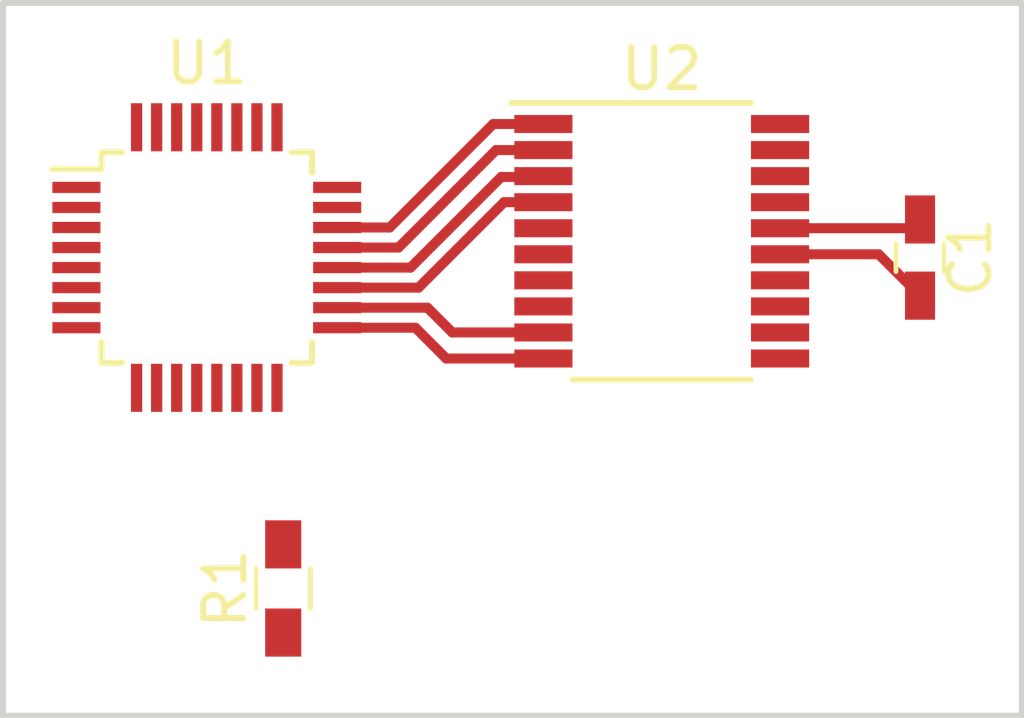
<source format=kicad_pcb>
(kicad_pcb (version 4) (host pcbnew 4.0.6-e0-6349~53~ubuntu15.04.1)

  (general
    (links 11)
    (no_connects 3)
    (area 132.004999 98.984999 157.555001 116.915001)
    (thickness 1.6)
    (drawings 4)
    (tracks 23)
    (zones 0)
    (modules 4)
    (nets 46)
  )

  (page A4)
  (layers
    (0 F.Cu signal)
    (31 B.Cu signal)
    (32 B.Adhes user)
    (33 F.Adhes user)
    (34 B.Paste user)
    (35 F.Paste user)
    (36 B.SilkS user)
    (37 F.SilkS user)
    (38 B.Mask user)
    (39 F.Mask user)
    (40 Dwgs.User user)
    (41 Cmts.User user)
    (42 Eco1.User user)
    (43 Eco2.User user)
    (44 Edge.Cuts user)
    (45 Margin user)
    (46 B.CrtYd user)
    (47 F.CrtYd user)
    (48 B.Fab user)
    (49 F.Fab user)
  )

  (setup
    (last_trace_width 0.25)
    (trace_clearance 0.2)
    (zone_clearance 0.508)
    (zone_45_only no)
    (trace_min 0.2)
    (segment_width 0.2)
    (edge_width 0.15)
    (via_size 0.6)
    (via_drill 0.4)
    (via_min_size 0.4)
    (via_min_drill 0.3)
    (uvia_size 0.3)
    (uvia_drill 0.1)
    (uvias_allowed no)
    (uvia_min_size 0.2)
    (uvia_min_drill 0.1)
    (pcb_text_width 0.3)
    (pcb_text_size 1.5 1.5)
    (mod_edge_width 0.15)
    (mod_text_size 1 1)
    (mod_text_width 0.15)
    (pad_size 1.524 1.524)
    (pad_drill 0.762)
    (pad_to_mask_clearance 0.2)
    (aux_axis_origin 0 0)
    (visible_elements FFFFFF7F)
    (pcbplotparams
      (layerselection 0x00030_80000001)
      (usegerberextensions false)
      (excludeedgelayer true)
      (linewidth 0.100000)
      (plotframeref false)
      (viasonmask false)
      (mode 1)
      (useauxorigin false)
      (hpglpennumber 1)
      (hpglpenspeed 20)
      (hpglpendiameter 15)
      (hpglpenoverlay 2)
      (psnegative false)
      (psa4output false)
      (plotreference true)
      (plotvalue true)
      (plotinvisibletext false)
      (padsonsilk false)
      (subtractmaskfromsilk false)
      (outputformat 1)
      (mirror false)
      (drillshape 1)
      (scaleselection 1)
      (outputdirectory ""))
  )

  (net 0 "")
  (net 1 GND)
  (net 2 +3V3)
  (net 3 "Net-(R1-Pad1)")
  (net 4 "Net-(U1-Pad1)")
  (net 5 "Net-(U1-Pad2)")
  (net 6 "Net-(U1-Pad3)")
  (net 7 "Net-(U1-Pad4)")
  (net 8 "Net-(U1-Pad5)")
  (net 9 "Net-(U1-Pad6)")
  (net 10 "Net-(U1-Pad7)")
  (net 11 "Net-(U1-Pad8)")
  (net 12 "Net-(U1-Pad9)")
  (net 13 "Net-(U1-Pad10)")
  (net 14 "Net-(U1-Pad11)")
  (net 15 "Net-(U1-Pad12)")
  (net 16 "Net-(U1-Pad13)")
  (net 17 "Net-(U1-Pad15)")
  (net 18 "Net-(U1-Pad16)")
  (net 19 "Net-(U1-Pad17)")
  (net 20 "Net-(U1-Pad18)")
  (net 21 "Net-(U1-Pad19)")
  (net 22 "Net-(U1-Pad20)")
  (net 23 "Net-(U1-Pad21)")
  (net 24 "Net-(U1-Pad22)")
  (net 25 "Net-(U1-Pad23)")
  (net 26 "Net-(U1-Pad25)")
  (net 27 "Net-(U1-Pad26)")
  (net 28 "Net-(U1-Pad27)")
  (net 29 "Net-(U1-Pad28)")
  (net 30 "Net-(U1-Pad29)")
  (net 31 "Net-(U1-Pad30)")
  (net 32 "Net-(U1-Pad31)")
  (net 33 "Net-(U1-Pad32)")
  (net 34 "Net-(U2-Pad5)")
  (net 35 "Net-(U2-Pad6)")
  (net 36 "Net-(U2-Pad7)")
  (net 37 "Net-(U2-Pad8)")
  (net 38 "Net-(U2-Pad11)")
  (net 39 "Net-(U2-Pad12)")
  (net 40 "Net-(U2-Pad13)")
  (net 41 "Net-(U2-Pad14)")
  (net 42 "Net-(U2-Pad17)")
  (net 43 "Net-(U2-Pad18)")
  (net 44 "Net-(U2-Pad19)")
  (net 45 "Net-(U2-Pad20)")

  (net_class Default "This is the default net class."
    (clearance 0.2)
    (trace_width 0.25)
    (via_dia 0.6)
    (via_drill 0.4)
    (uvia_dia 0.3)
    (uvia_drill 0.1)
    (add_net +3V3)
    (add_net GND)
    (add_net "Net-(R1-Pad1)")
    (add_net "Net-(U1-Pad1)")
    (add_net "Net-(U1-Pad10)")
    (add_net "Net-(U1-Pad11)")
    (add_net "Net-(U1-Pad12)")
    (add_net "Net-(U1-Pad13)")
    (add_net "Net-(U1-Pad15)")
    (add_net "Net-(U1-Pad16)")
    (add_net "Net-(U1-Pad17)")
    (add_net "Net-(U1-Pad18)")
    (add_net "Net-(U1-Pad19)")
    (add_net "Net-(U1-Pad2)")
    (add_net "Net-(U1-Pad20)")
    (add_net "Net-(U1-Pad21)")
    (add_net "Net-(U1-Pad22)")
    (add_net "Net-(U1-Pad23)")
    (add_net "Net-(U1-Pad25)")
    (add_net "Net-(U1-Pad26)")
    (add_net "Net-(U1-Pad27)")
    (add_net "Net-(U1-Pad28)")
    (add_net "Net-(U1-Pad29)")
    (add_net "Net-(U1-Pad3)")
    (add_net "Net-(U1-Pad30)")
    (add_net "Net-(U1-Pad31)")
    (add_net "Net-(U1-Pad32)")
    (add_net "Net-(U1-Pad4)")
    (add_net "Net-(U1-Pad5)")
    (add_net "Net-(U1-Pad6)")
    (add_net "Net-(U1-Pad7)")
    (add_net "Net-(U1-Pad8)")
    (add_net "Net-(U1-Pad9)")
    (add_net "Net-(U2-Pad11)")
    (add_net "Net-(U2-Pad12)")
    (add_net "Net-(U2-Pad13)")
    (add_net "Net-(U2-Pad14)")
    (add_net "Net-(U2-Pad17)")
    (add_net "Net-(U2-Pad18)")
    (add_net "Net-(U2-Pad19)")
    (add_net "Net-(U2-Pad20)")
    (add_net "Net-(U2-Pad5)")
    (add_net "Net-(U2-Pad6)")
    (add_net "Net-(U2-Pad7)")
    (add_net "Net-(U2-Pad8)")
  )

  (module Capacitors_SMD:C_0603_HandSoldering (layer F.Cu) (tedit 58AA848B) (tstamp 58E186C2)
    (at 154.94 105.41 270)
    (descr "Capacitor SMD 0603, hand soldering")
    (tags "capacitor 0603")
    (path /58E175D6)
    (attr smd)
    (fp_text reference C1 (at 0 -1.25 270) (layer F.SilkS)
      (effects (font (size 1 1) (thickness 0.15)))
    )
    (fp_text value 100nF (at 0 1.5 270) (layer F.Fab)
      (effects (font (size 1 1) (thickness 0.15)))
    )
    (fp_text user %R (at 0 -1.25 270) (layer F.Fab)
      (effects (font (size 1 1) (thickness 0.15)))
    )
    (fp_line (start -0.8 0.4) (end -0.8 -0.4) (layer F.Fab) (width 0.1))
    (fp_line (start 0.8 0.4) (end -0.8 0.4) (layer F.Fab) (width 0.1))
    (fp_line (start 0.8 -0.4) (end 0.8 0.4) (layer F.Fab) (width 0.1))
    (fp_line (start -0.8 -0.4) (end 0.8 -0.4) (layer F.Fab) (width 0.1))
    (fp_line (start -0.35 -0.6) (end 0.35 -0.6) (layer F.SilkS) (width 0.12))
    (fp_line (start 0.35 0.6) (end -0.35 0.6) (layer F.SilkS) (width 0.12))
    (fp_line (start -1.8 -0.65) (end 1.8 -0.65) (layer F.CrtYd) (width 0.05))
    (fp_line (start -1.8 -0.65) (end -1.8 0.65) (layer F.CrtYd) (width 0.05))
    (fp_line (start 1.8 0.65) (end 1.8 -0.65) (layer F.CrtYd) (width 0.05))
    (fp_line (start 1.8 0.65) (end -1.8 0.65) (layer F.CrtYd) (width 0.05))
    (pad 1 smd rect (at -0.95 0 270) (size 1.2 0.75) (layers F.Cu F.Paste F.Mask)
      (net 1 GND))
    (pad 2 smd rect (at 0.95 0 270) (size 1.2 0.75) (layers F.Cu F.Paste F.Mask)
      (net 2 +3V3))
    (model Capacitors_SMD.3dshapes/C_0603.wrl
      (at (xyz 0 0 0))
      (scale (xyz 1 1 1))
      (rotate (xyz 0 0 0))
    )
  )

  (module Resistors_SMD:R_0603_HandSoldering (layer F.Cu) (tedit 58E0A804) (tstamp 58E186D3)
    (at 139.065 113.665 90)
    (descr "Resistor SMD 0603, hand soldering")
    (tags "resistor 0603")
    (path /58E17478)
    (attr smd)
    (fp_text reference R1 (at 0 -1.45 90) (layer F.SilkS)
      (effects (font (size 1 1) (thickness 0.15)))
    )
    (fp_text value R (at 0 1.55 90) (layer F.Fab)
      (effects (font (size 1 1) (thickness 0.15)))
    )
    (fp_text user %R (at 0 0 90) (layer F.Fab)
      (effects (font (size 0.5 0.5) (thickness 0.075)))
    )
    (fp_line (start -0.8 0.4) (end -0.8 -0.4) (layer F.Fab) (width 0.1))
    (fp_line (start 0.8 0.4) (end -0.8 0.4) (layer F.Fab) (width 0.1))
    (fp_line (start 0.8 -0.4) (end 0.8 0.4) (layer F.Fab) (width 0.1))
    (fp_line (start -0.8 -0.4) (end 0.8 -0.4) (layer F.Fab) (width 0.1))
    (fp_line (start 0.5 0.68) (end -0.5 0.68) (layer F.SilkS) (width 0.12))
    (fp_line (start -0.5 -0.68) (end 0.5 -0.68) (layer F.SilkS) (width 0.12))
    (fp_line (start -1.96 -0.7) (end 1.95 -0.7) (layer F.CrtYd) (width 0.05))
    (fp_line (start -1.96 -0.7) (end -1.96 0.7) (layer F.CrtYd) (width 0.05))
    (fp_line (start 1.95 0.7) (end 1.95 -0.7) (layer F.CrtYd) (width 0.05))
    (fp_line (start 1.95 0.7) (end -1.96 0.7) (layer F.CrtYd) (width 0.05))
    (pad 1 smd rect (at -1.1 0 90) (size 1.2 0.9) (layers F.Cu F.Paste F.Mask)
      (net 3 "Net-(R1-Pad1)"))
    (pad 2 smd rect (at 1.1 0 90) (size 1.2 0.9) (layers F.Cu F.Paste F.Mask)
      (net 1 GND))
    (model ${KISYS3DMOD}/Resistors_SMD.3dshapes/R_0603.wrl
      (at (xyz 0 0 0))
      (scale (xyz 1 1 1))
      (rotate (xyz 0 0 0))
    )
  )

  (module Housings_QFP:LQFP-32_5x5mm_Pitch0.5mm (layer F.Cu) (tedit 58CC9A47) (tstamp 58E1870A)
    (at 137.16 105.41)
    (descr "LQFP32: plastic low profile quad flat package; 32 leads; body 5 x 5 x 1.4 mm (see NXP sot401-1_fr.pdf and sot401-1_po.pdf)")
    (tags "QFP 0.5")
    (path /58E172EE)
    (attr smd)
    (fp_text reference U1 (at 0 -4.85) (layer F.SilkS)
      (effects (font (size 1 1) (thickness 0.15)))
    )
    (fp_text value ADS1292R (at 0 4.85) (layer F.Fab)
      (effects (font (size 1 1) (thickness 0.15)))
    )
    (fp_text user %R (at 0 0) (layer F.Fab)
      (effects (font (size 1 1) (thickness 0.15)))
    )
    (fp_line (start -1.5 -2.5) (end 2.5 -2.5) (layer F.Fab) (width 0.15))
    (fp_line (start 2.5 -2.5) (end 2.5 2.5) (layer F.Fab) (width 0.15))
    (fp_line (start 2.5 2.5) (end -2.5 2.5) (layer F.Fab) (width 0.15))
    (fp_line (start -2.5 2.5) (end -2.5 -1.5) (layer F.Fab) (width 0.15))
    (fp_line (start -2.5 -1.5) (end -1.5 -2.5) (layer F.Fab) (width 0.15))
    (fp_line (start -4.1 -4.1) (end -4.1 4.1) (layer F.CrtYd) (width 0.05))
    (fp_line (start 4.1 -4.1) (end 4.1 4.1) (layer F.CrtYd) (width 0.05))
    (fp_line (start -4.1 -4.1) (end 4.1 -4.1) (layer F.CrtYd) (width 0.05))
    (fp_line (start -4.1 4.1) (end 4.1 4.1) (layer F.CrtYd) (width 0.05))
    (fp_line (start -2.625 -2.625) (end -2.625 -2.2) (layer F.SilkS) (width 0.15))
    (fp_line (start 2.625 -2.625) (end 2.625 -2.115) (layer F.SilkS) (width 0.15))
    (fp_line (start 2.625 2.625) (end 2.625 2.115) (layer F.SilkS) (width 0.15))
    (fp_line (start -2.625 2.625) (end -2.625 2.115) (layer F.SilkS) (width 0.15))
    (fp_line (start -2.625 -2.625) (end -2.115 -2.625) (layer F.SilkS) (width 0.15))
    (fp_line (start -2.625 2.625) (end -2.115 2.625) (layer F.SilkS) (width 0.15))
    (fp_line (start 2.625 2.625) (end 2.115 2.625) (layer F.SilkS) (width 0.15))
    (fp_line (start 2.625 -2.625) (end 2.115 -2.625) (layer F.SilkS) (width 0.15))
    (fp_line (start -2.625 -2.2) (end -3.85 -2.2) (layer F.SilkS) (width 0.15))
    (pad 1 smd rect (at -3.25 -1.75) (size 1.2 0.28) (layers F.Cu F.Paste F.Mask)
      (net 4 "Net-(U1-Pad1)"))
    (pad 2 smd rect (at -3.25 -1.25) (size 1.2 0.28) (layers F.Cu F.Paste F.Mask)
      (net 5 "Net-(U1-Pad2)"))
    (pad 3 smd rect (at -3.25 -0.75) (size 1.2 0.28) (layers F.Cu F.Paste F.Mask)
      (net 6 "Net-(U1-Pad3)"))
    (pad 4 smd rect (at -3.25 -0.25) (size 1.2 0.28) (layers F.Cu F.Paste F.Mask)
      (net 7 "Net-(U1-Pad4)"))
    (pad 5 smd rect (at -3.25 0.25) (size 1.2 0.28) (layers F.Cu F.Paste F.Mask)
      (net 8 "Net-(U1-Pad5)"))
    (pad 6 smd rect (at -3.25 0.75) (size 1.2 0.28) (layers F.Cu F.Paste F.Mask)
      (net 9 "Net-(U1-Pad6)"))
    (pad 7 smd rect (at -3.25 1.25) (size 1.2 0.28) (layers F.Cu F.Paste F.Mask)
      (net 10 "Net-(U1-Pad7)"))
    (pad 8 smd rect (at -3.25 1.75) (size 1.2 0.28) (layers F.Cu F.Paste F.Mask)
      (net 11 "Net-(U1-Pad8)"))
    (pad 9 smd rect (at -1.75 3.25 90) (size 1.2 0.28) (layers F.Cu F.Paste F.Mask)
      (net 12 "Net-(U1-Pad9)"))
    (pad 10 smd rect (at -1.25 3.25 90) (size 1.2 0.28) (layers F.Cu F.Paste F.Mask)
      (net 13 "Net-(U1-Pad10)"))
    (pad 11 smd rect (at -0.75 3.25 90) (size 1.2 0.28) (layers F.Cu F.Paste F.Mask)
      (net 14 "Net-(U1-Pad11)"))
    (pad 12 smd rect (at -0.25 3.25 90) (size 1.2 0.28) (layers F.Cu F.Paste F.Mask)
      (net 15 "Net-(U1-Pad12)"))
    (pad 13 smd rect (at 0.25 3.25 90) (size 1.2 0.28) (layers F.Cu F.Paste F.Mask)
      (net 16 "Net-(U1-Pad13)"))
    (pad 14 smd rect (at 0.75 3.25 90) (size 1.2 0.28) (layers F.Cu F.Paste F.Mask)
      (net 3 "Net-(R1-Pad1)"))
    (pad 15 smd rect (at 1.25 3.25 90) (size 1.2 0.28) (layers F.Cu F.Paste F.Mask)
      (net 17 "Net-(U1-Pad15)"))
    (pad 16 smd rect (at 1.75 3.25 90) (size 1.2 0.28) (layers F.Cu F.Paste F.Mask)
      (net 18 "Net-(U1-Pad16)"))
    (pad 17 smd rect (at 3.25 1.75) (size 1.2 0.28) (layers F.Cu F.Paste F.Mask)
      (net 19 "Net-(U1-Pad17)"))
    (pad 18 smd rect (at 3.25 1.25) (size 1.2 0.28) (layers F.Cu F.Paste F.Mask)
      (net 20 "Net-(U1-Pad18)"))
    (pad 19 smd rect (at 3.25 0.75) (size 1.2 0.28) (layers F.Cu F.Paste F.Mask)
      (net 21 "Net-(U1-Pad19)"))
    (pad 20 smd rect (at 3.25 0.25) (size 1.2 0.28) (layers F.Cu F.Paste F.Mask)
      (net 22 "Net-(U1-Pad20)"))
    (pad 21 smd rect (at 3.25 -0.25) (size 1.2 0.28) (layers F.Cu F.Paste F.Mask)
      (net 23 "Net-(U1-Pad21)"))
    (pad 22 smd rect (at 3.25 -0.75) (size 1.2 0.28) (layers F.Cu F.Paste F.Mask)
      (net 24 "Net-(U1-Pad22)"))
    (pad 23 smd rect (at 3.25 -1.25) (size 1.2 0.28) (layers F.Cu F.Paste F.Mask)
      (net 25 "Net-(U1-Pad23)"))
    (pad 24 smd rect (at 3.25 -1.75) (size 1.2 0.28) (layers F.Cu F.Paste F.Mask)
      (net 1 GND))
    (pad 25 smd rect (at 1.75 -3.25 90) (size 1.2 0.28) (layers F.Cu F.Paste F.Mask)
      (net 26 "Net-(U1-Pad25)"))
    (pad 26 smd rect (at 1.25 -3.25 90) (size 1.2 0.28) (layers F.Cu F.Paste F.Mask)
      (net 27 "Net-(U1-Pad26)"))
    (pad 27 smd rect (at 0.75 -3.25 90) (size 1.2 0.28) (layers F.Cu F.Paste F.Mask)
      (net 28 "Net-(U1-Pad27)"))
    (pad 28 smd rect (at 0.25 -3.25 90) (size 1.2 0.28) (layers F.Cu F.Paste F.Mask)
      (net 29 "Net-(U1-Pad28)"))
    (pad 29 smd rect (at -0.25 -3.25 90) (size 1.2 0.28) (layers F.Cu F.Paste F.Mask)
      (net 30 "Net-(U1-Pad29)"))
    (pad 30 smd rect (at -0.75 -3.25 90) (size 1.2 0.28) (layers F.Cu F.Paste F.Mask)
      (net 31 "Net-(U1-Pad30)"))
    (pad 31 smd rect (at -1.25 -3.25 90) (size 1.2 0.28) (layers F.Cu F.Paste F.Mask)
      (net 32 "Net-(U1-Pad31)"))
    (pad 32 smd rect (at -1.75 -3.25 90) (size 1.2 0.28) (layers F.Cu F.Paste F.Mask)
      (net 33 "Net-(U1-Pad32)"))
    (model Housings_QFP.3dshapes/LQFP-32_5x5mm_Pitch0.5mm.wrl
      (at (xyz 0 0 0))
      (scale (xyz 1 1 1))
      (rotate (xyz 0 0 0))
    )
  )

  (module Housings_SSOP:TSSOP-20_4.4x6.5mm_Pitch0.65mm (layer F.Cu) (tedit 54130A77) (tstamp 58E1872D)
    (at 148.5011 105.0036)
    (descr "20-Lead Plastic Thin Shrink Small Outline (ST)-4.4 mm Body [TSSOP] (see Microchip Packaging Specification 00000049BS.pdf)")
    (tags "SSOP 0.65")
    (path /58E163D4)
    (attr smd)
    (fp_text reference U2 (at 0 -4.3) (layer F.SilkS)
      (effects (font (size 1 1) (thickness 0.15)))
    )
    (fp_text value LPC824 (at 0 4.3) (layer F.Fab)
      (effects (font (size 1 1) (thickness 0.15)))
    )
    (fp_line (start -1.2 -3.25) (end 2.2 -3.25) (layer F.Fab) (width 0.15))
    (fp_line (start 2.2 -3.25) (end 2.2 3.25) (layer F.Fab) (width 0.15))
    (fp_line (start 2.2 3.25) (end -2.2 3.25) (layer F.Fab) (width 0.15))
    (fp_line (start -2.2 3.25) (end -2.2 -2.25) (layer F.Fab) (width 0.15))
    (fp_line (start -2.2 -2.25) (end -1.2 -3.25) (layer F.Fab) (width 0.15))
    (fp_line (start -3.95 -3.55) (end -3.95 3.55) (layer F.CrtYd) (width 0.05))
    (fp_line (start 3.95 -3.55) (end 3.95 3.55) (layer F.CrtYd) (width 0.05))
    (fp_line (start -3.95 -3.55) (end 3.95 -3.55) (layer F.CrtYd) (width 0.05))
    (fp_line (start -3.95 3.55) (end 3.95 3.55) (layer F.CrtYd) (width 0.05))
    (fp_line (start -2.225 3.45) (end 2.225 3.45) (layer F.SilkS) (width 0.15))
    (fp_line (start -3.75 -3.45) (end 2.225 -3.45) (layer F.SilkS) (width 0.15))
    (pad 1 smd rect (at -2.95 -2.925) (size 1.45 0.45) (layers F.Cu F.Paste F.Mask)
      (net 24 "Net-(U1-Pad22)"))
    (pad 2 smd rect (at -2.95 -2.275) (size 1.45 0.45) (layers F.Cu F.Paste F.Mask)
      (net 23 "Net-(U1-Pad21)"))
    (pad 3 smd rect (at -2.95 -1.625) (size 1.45 0.45) (layers F.Cu F.Paste F.Mask)
      (net 22 "Net-(U1-Pad20)"))
    (pad 4 smd rect (at -2.95 -0.975) (size 1.45 0.45) (layers F.Cu F.Paste F.Mask)
      (net 21 "Net-(U1-Pad19)"))
    (pad 5 smd rect (at -2.95 -0.325) (size 1.45 0.45) (layers F.Cu F.Paste F.Mask)
      (net 34 "Net-(U2-Pad5)"))
    (pad 6 smd rect (at -2.95 0.325) (size 1.45 0.45) (layers F.Cu F.Paste F.Mask)
      (net 35 "Net-(U2-Pad6)"))
    (pad 7 smd rect (at -2.95 0.975) (size 1.45 0.45) (layers F.Cu F.Paste F.Mask)
      (net 36 "Net-(U2-Pad7)"))
    (pad 8 smd rect (at -2.95 1.625) (size 1.45 0.45) (layers F.Cu F.Paste F.Mask)
      (net 37 "Net-(U2-Pad8)"))
    (pad 9 smd rect (at -2.95 2.275) (size 1.45 0.45) (layers F.Cu F.Paste F.Mask)
      (net 20 "Net-(U1-Pad18)"))
    (pad 10 smd rect (at -2.95 2.925) (size 1.45 0.45) (layers F.Cu F.Paste F.Mask)
      (net 19 "Net-(U1-Pad17)"))
    (pad 11 smd rect (at 2.95 2.925) (size 1.45 0.45) (layers F.Cu F.Paste F.Mask)
      (net 38 "Net-(U2-Pad11)"))
    (pad 12 smd rect (at 2.95 2.275) (size 1.45 0.45) (layers F.Cu F.Paste F.Mask)
      (net 39 "Net-(U2-Pad12)"))
    (pad 13 smd rect (at 2.95 1.625) (size 1.45 0.45) (layers F.Cu F.Paste F.Mask)
      (net 40 "Net-(U2-Pad13)"))
    (pad 14 smd rect (at 2.95 0.975) (size 1.45 0.45) (layers F.Cu F.Paste F.Mask)
      (net 41 "Net-(U2-Pad14)"))
    (pad 15 smd rect (at 2.95 0.325) (size 1.45 0.45) (layers F.Cu F.Paste F.Mask)
      (net 2 +3V3))
    (pad 16 smd rect (at 2.95 -0.325) (size 1.45 0.45) (layers F.Cu F.Paste F.Mask)
      (net 1 GND))
    (pad 17 smd rect (at 2.95 -0.975) (size 1.45 0.45) (layers F.Cu F.Paste F.Mask)
      (net 42 "Net-(U2-Pad17)"))
    (pad 18 smd rect (at 2.95 -1.625) (size 1.45 0.45) (layers F.Cu F.Paste F.Mask)
      (net 43 "Net-(U2-Pad18)"))
    (pad 19 smd rect (at 2.95 -2.275) (size 1.45 0.45) (layers F.Cu F.Paste F.Mask)
      (net 44 "Net-(U2-Pad19)"))
    (pad 20 smd rect (at 2.95 -2.925) (size 1.45 0.45) (layers F.Cu F.Paste F.Mask)
      (net 45 "Net-(U2-Pad20)"))
    (model Housings_SSOP.3dshapes/TSSOP-20_4.4x6.5mm_Pitch0.65mm.wrl
      (at (xyz 0 0 0))
      (scale (xyz 1 1 1))
      (rotate (xyz 0 0 0))
    )
  )

  (gr_line (start 132.08 116.84) (end 132.08 99.06) (angle 90) (layer Edge.Cuts) (width 0.15))
  (gr_line (start 157.48 116.84) (end 132.08 116.84) (angle 90) (layer Edge.Cuts) (width 0.15))
  (gr_line (start 157.48 99.06) (end 157.48 116.84) (angle 90) (layer Edge.Cuts) (width 0.15))
  (gr_line (start 132.08 99.06) (end 157.48 99.06) (angle 90) (layer Edge.Cuts) (width 0.15))

  (segment (start 151.4511 104.6786) (end 154.7214 104.6786) (width 0.25) (layer F.Cu) (net 1))
  (segment (start 154.7214 104.6786) (end 154.94 104.46) (width 0.25) (layer F.Cu) (net 1) (tstamp 58E18D7B))
  (segment (start 151.4511 105.3286) (end 153.9086 105.3286) (width 0.25) (layer F.Cu) (net 2))
  (segment (start 153.9086 105.3286) (end 154.94 106.36) (width 0.25) (layer F.Cu) (net 2) (tstamp 58E18D85))
  (segment (start 140.41 107.16) (end 142.36 107.16) (width 0.25) (layer F.Cu) (net 19))
  (segment (start 143.1286 107.9286) (end 145.5511 107.9286) (width 0.25) (layer F.Cu) (net 19) (tstamp 58E18D5E))
  (segment (start 142.36 107.16) (end 143.1286 107.9286) (width 0.25) (layer F.Cu) (net 19) (tstamp 58E18D5B))
  (segment (start 140.41 106.66) (end 142.66 106.66) (width 0.25) (layer F.Cu) (net 20))
  (segment (start 143.2786 107.2786) (end 145.5511 107.2786) (width 0.25) (layer F.Cu) (net 20) (tstamp 58E18D54))
  (segment (start 142.66 106.66) (end 143.2786 107.2786) (width 0.25) (layer F.Cu) (net 20) (tstamp 58E18D3B))
  (segment (start 140.41 106.16) (end 142.44 106.16) (width 0.25) (layer F.Cu) (net 21))
  (segment (start 144.5714 104.0286) (end 145.5511 104.0286) (width 0.25) (layer F.Cu) (net 21) (tstamp 58E18D27))
  (segment (start 142.44 106.16) (end 144.5714 104.0286) (width 0.25) (layer F.Cu) (net 21) (tstamp 58E18D0C))
  (segment (start 140.41 105.66) (end 142.24 105.66) (width 0.25) (layer F.Cu) (net 22))
  (segment (start 144.5 103.4) (end 145.5297 103.4) (width 0.25) (layer F.Cu) (net 22) (tstamp 58E18CF3))
  (segment (start 142.24 105.66) (end 144.5 103.4) (width 0.25) (layer F.Cu) (net 22) (tstamp 58E18CEF))
  (segment (start 145.5297 103.4) (end 145.5511 103.3786) (width 0.25) (layer F.Cu) (net 22) (tstamp 58E18CFB))
  (segment (start 140.41 105.16) (end 141.94 105.16) (width 0.25) (layer F.Cu) (net 23))
  (segment (start 144.3714 102.7286) (end 145.5511 102.7286) (width 0.25) (layer F.Cu) (net 23) (tstamp 58E18CDF))
  (segment (start 141.94 105.16) (end 144.3714 102.7286) (width 0.25) (layer F.Cu) (net 23) (tstamp 58E18CD2))
  (segment (start 140.41 104.66) (end 141.72 104.66) (width 0.25) (layer F.Cu) (net 24))
  (segment (start 144.3014 102.0786) (end 145.5511 102.0786) (width 0.25) (layer F.Cu) (net 24) (tstamp 58E18C3C))
  (segment (start 141.72 104.66) (end 144.3014 102.0786) (width 0.25) (layer F.Cu) (net 24) (tstamp 58E18C2C))

)

</source>
